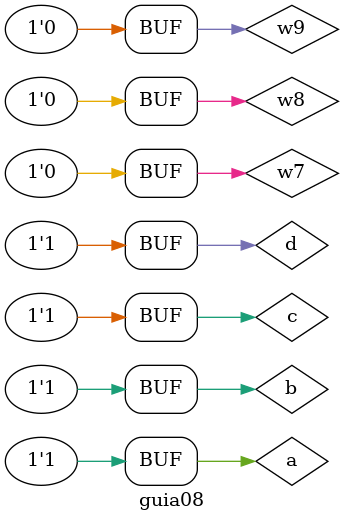
<source format=v>

module nornot (saida,e1);
	input e1;
	output saida;
	
	nor NOR1 (saida,e1);
endmodule

module guia08;
	reg a,b,c,d;
	wire w1,w2,w3,w4,w5,w6,w7,w8,w9,w10,w11;
	
	nornot NN1 (w1,a);
	nornot NN2 (w2,b);
	nornot NN3 (w3,c);
	nornot NN4 (w4,d);
	
	nor NOR1 (w5,w1,w2,w4);
	nor NOR2 (w6,w1,w3,w4);
	nor NOR3 (w7,a,w2,w3);
	nor NOR4 (w8,a,w3,d);
	nor NOR5 (w9,a,w2,d);
	nor NOR6 (w10,w5,w6,w7,w8,w9);
	
initial begin:start
end

//---------------------
//---PARTE PRINCIPAL---
//---------------------

initial begin:main
	$display ("Guia08 - Exercicio 02");
	$display ("Fazer a saida para a função\n¬(abd) + ¬(acd) + ¬(abc) + a¬cd + a¬bc\n");
	$display ("Aluno: Tiago Menegaz de Melo Garcia		Matricula:405844\n");
	$display ("Relatorio de Testes");
	#1	a = 0; b= 0; c = 0; d = 0;
	$monitor ("a = %b b = %b c = %b d = %b Saida [%b]", a,b,c,d,		 w10);
	#1 a = 1;
	#1 a = 0; b = 1;
	#1 b = 0; c = 1;
	#1 c = 0; d = 1;
	#1 d = 0;
	#1 a = 1; b = 1; c = 1; d = 1;
	#1 a = 0; c = 0; 
	#1 a = 1; c = 1;
	
end
endmodule


//---------------------
//-RELATORIO DE TESTES-
//---------------------
/*
 	 a = 0 b = 0 c = 0 d = 0 Saida [1]
    a = 1 b = 0 c = 0 d = 0 Saida [1]
    a = 0 b = 1 c = 0 d = 0 Saida [1]
    a = 0 b = 0 c = 1 d = 0 Saida [1]
    a = 0 b = 0 c = 0 d = 1 Saida [0]
    a = 0 b = 0 c = 0 d = 0 Saida [1]
    a = 1 b = 1 c = 1 d = 1 Saida [0]
    a = 0 b = 1 c = 0 d = 1 Saida [0]
    a = 1 b = 1 c = 1 d = 1 Saida [0]
*/
</source>
